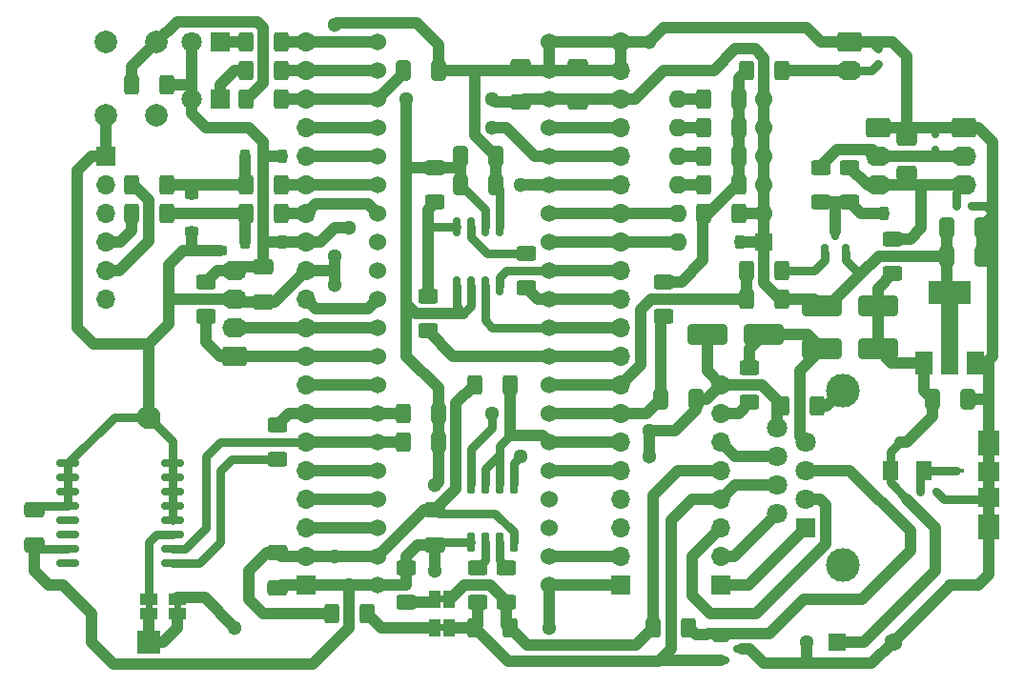
<source format=gbr>
G04 #@! TF.GenerationSoftware,KiCad,Pcbnew,7.0.7-7.0.7~ubuntu22.04.1*
G04 #@! TF.CreationDate,2023-09-13T14:17:37+02:00*
G04 #@! TF.ProjectId,electricity-meter,656c6563-7472-4696-9369-74792d6d6574,rev?*
G04 #@! TF.SameCoordinates,PX791ddc0PY791ddc0*
G04 #@! TF.FileFunction,Copper,L2,Bot*
G04 #@! TF.FilePolarity,Positive*
%FSLAX46Y46*%
G04 Gerber Fmt 4.6, Leading zero omitted, Abs format (unit mm)*
G04 Created by KiCad (PCBNEW 7.0.7-7.0.7~ubuntu22.04.1) date 2023-09-13 14:17:37*
%MOMM*%
%LPD*%
G01*
G04 APERTURE LIST*
G04 Aperture macros list*
%AMRoundRect*
0 Rectangle with rounded corners*
0 $1 Rounding radius*
0 $2 $3 $4 $5 $6 $7 $8 $9 X,Y pos of 4 corners*
0 Add a 4 corners polygon primitive as box body*
4,1,4,$2,$3,$4,$5,$6,$7,$8,$9,$2,$3,0*
0 Add four circle primitives for the rounded corners*
1,1,$1+$1,$2,$3*
1,1,$1+$1,$4,$5*
1,1,$1+$1,$6,$7*
1,1,$1+$1,$8,$9*
0 Add four rect primitives between the rounded corners*
20,1,$1+$1,$2,$3,$4,$5,0*
20,1,$1+$1,$4,$5,$6,$7,0*
20,1,$1+$1,$6,$7,$8,$9,0*
20,1,$1+$1,$8,$9,$2,$3,0*%
G04 Aperture macros list end*
G04 #@! TA.AperFunction,ComponentPad*
%ADD10R,1.800000X1.800000*%
G04 #@! TD*
G04 #@! TA.AperFunction,ComponentPad*
%ADD11C,1.800000*%
G04 #@! TD*
G04 #@! TA.AperFunction,ComponentPad*
%ADD12RoundRect,0.250000X-0.845000X0.620000X-0.845000X-0.620000X0.845000X-0.620000X0.845000X0.620000X0*%
G04 #@! TD*
G04 #@! TA.AperFunction,ComponentPad*
%ADD13O,2.190000X1.740000*%
G04 #@! TD*
G04 #@! TA.AperFunction,ComponentPad*
%ADD14C,1.524000*%
G04 #@! TD*
G04 #@! TA.AperFunction,ComponentPad*
%ADD15R,1.700000X1.700000*%
G04 #@! TD*
G04 #@! TA.AperFunction,ComponentPad*
%ADD16O,1.700000X1.700000*%
G04 #@! TD*
G04 #@! TA.AperFunction,ComponentPad*
%ADD17R,1.600000X1.600000*%
G04 #@! TD*
G04 #@! TA.AperFunction,ComponentPad*
%ADD18C,1.600000*%
G04 #@! TD*
G04 #@! TA.AperFunction,ComponentPad*
%ADD19O,1.600000X1.600000*%
G04 #@! TD*
G04 #@! TA.AperFunction,ComponentPad*
%ADD20RoundRect,0.250000X0.845000X-0.620000X0.845000X0.620000X-0.845000X0.620000X-0.845000X-0.620000X0*%
G04 #@! TD*
G04 #@! TA.AperFunction,ComponentPad*
%ADD21C,2.000000*%
G04 #@! TD*
G04 #@! TA.AperFunction,ComponentPad*
%ADD22R,2.100000X2.100000*%
G04 #@! TD*
G04 #@! TA.AperFunction,ComponentPad*
%ADD23C,2.100000*%
G04 #@! TD*
G04 #@! TA.AperFunction,ComponentPad*
%ADD24C,3.000000*%
G04 #@! TD*
G04 #@! TA.AperFunction,SMDPad,CuDef*
%ADD25RoundRect,0.250000X-0.400000X-0.625000X0.400000X-0.625000X0.400000X0.625000X-0.400000X0.625000X0*%
G04 #@! TD*
G04 #@! TA.AperFunction,SMDPad,CuDef*
%ADD26RoundRect,0.250000X-1.500000X-0.650000X1.500000X-0.650000X1.500000X0.650000X-1.500000X0.650000X0*%
G04 #@! TD*
G04 #@! TA.AperFunction,SMDPad,CuDef*
%ADD27RoundRect,0.150000X-0.200000X0.150000X-0.200000X-0.150000X0.200000X-0.150000X0.200000X0.150000X0*%
G04 #@! TD*
G04 #@! TA.AperFunction,SMDPad,CuDef*
%ADD28RoundRect,0.250000X0.625000X-0.400000X0.625000X0.400000X-0.625000X0.400000X-0.625000X-0.400000X0*%
G04 #@! TD*
G04 #@! TA.AperFunction,SMDPad,CuDef*
%ADD29RoundRect,0.225000X-0.375000X0.225000X-0.375000X-0.225000X0.375000X-0.225000X0.375000X0.225000X0*%
G04 #@! TD*
G04 #@! TA.AperFunction,SMDPad,CuDef*
%ADD30RoundRect,0.250000X0.400000X0.625000X-0.400000X0.625000X-0.400000X-0.625000X0.400000X-0.625000X0*%
G04 #@! TD*
G04 #@! TA.AperFunction,SMDPad,CuDef*
%ADD31RoundRect,0.250000X0.650000X-0.412500X0.650000X0.412500X-0.650000X0.412500X-0.650000X-0.412500X0*%
G04 #@! TD*
G04 #@! TA.AperFunction,SMDPad,CuDef*
%ADD32RoundRect,0.250000X-0.625000X0.400000X-0.625000X-0.400000X0.625000X-0.400000X0.625000X0.400000X0*%
G04 #@! TD*
G04 #@! TA.AperFunction,SMDPad,CuDef*
%ADD33RoundRect,0.225000X0.225000X0.375000X-0.225000X0.375000X-0.225000X-0.375000X0.225000X-0.375000X0*%
G04 #@! TD*
G04 #@! TA.AperFunction,SMDPad,CuDef*
%ADD34RoundRect,0.250000X-0.412500X-0.650000X0.412500X-0.650000X0.412500X0.650000X-0.412500X0.650000X0*%
G04 #@! TD*
G04 #@! TA.AperFunction,SMDPad,CuDef*
%ADD35RoundRect,0.150000X0.150000X-0.587500X0.150000X0.587500X-0.150000X0.587500X-0.150000X-0.587500X0*%
G04 #@! TD*
G04 #@! TA.AperFunction,SMDPad,CuDef*
%ADD36R,1.000000X1.500000*%
G04 #@! TD*
G04 #@! TA.AperFunction,SMDPad,CuDef*
%ADD37RoundRect,0.250000X1.500000X0.650000X-1.500000X0.650000X-1.500000X-0.650000X1.500000X-0.650000X0*%
G04 #@! TD*
G04 #@! TA.AperFunction,SMDPad,CuDef*
%ADD38R,1.500000X2.000000*%
G04 #@! TD*
G04 #@! TA.AperFunction,SMDPad,CuDef*
%ADD39R,3.800000X2.000000*%
G04 #@! TD*
G04 #@! TA.AperFunction,SMDPad,CuDef*
%ADD40RoundRect,0.150000X0.150000X0.200000X-0.150000X0.200000X-0.150000X-0.200000X0.150000X-0.200000X0*%
G04 #@! TD*
G04 #@! TA.AperFunction,SMDPad,CuDef*
%ADD41R,1.500000X1.000000*%
G04 #@! TD*
G04 #@! TA.AperFunction,SMDPad,CuDef*
%ADD42RoundRect,0.150000X-0.150000X0.725000X-0.150000X-0.725000X0.150000X-0.725000X0.150000X0.725000X0*%
G04 #@! TD*
G04 #@! TA.AperFunction,SMDPad,CuDef*
%ADD43RoundRect,0.150000X-0.875000X-0.150000X0.875000X-0.150000X0.875000X0.150000X-0.875000X0.150000X0*%
G04 #@! TD*
G04 #@! TA.AperFunction,SMDPad,CuDef*
%ADD44RoundRect,0.150000X-0.587500X-0.150000X0.587500X-0.150000X0.587500X0.150000X-0.587500X0.150000X0*%
G04 #@! TD*
G04 #@! TA.AperFunction,SMDPad,CuDef*
%ADD45RoundRect,0.250001X0.462499X0.624999X-0.462499X0.624999X-0.462499X-0.624999X0.462499X-0.624999X0*%
G04 #@! TD*
G04 #@! TA.AperFunction,SMDPad,CuDef*
%ADD46RoundRect,0.250000X-0.650000X0.412500X-0.650000X-0.412500X0.650000X-0.412500X0.650000X0.412500X0*%
G04 #@! TD*
G04 #@! TA.AperFunction,SMDPad,CuDef*
%ADD47RoundRect,0.150000X-0.150000X0.675000X-0.150000X-0.675000X0.150000X-0.675000X0.150000X0.675000X0*%
G04 #@! TD*
G04 #@! TA.AperFunction,SMDPad,CuDef*
%ADD48R,1.400000X0.400000*%
G04 #@! TD*
G04 #@! TA.AperFunction,SMDPad,CuDef*
%ADD49R,1.900000X2.300000*%
G04 #@! TD*
G04 #@! TA.AperFunction,SMDPad,CuDef*
%ADD50R,1.900000X1.800000*%
G04 #@! TD*
G04 #@! TA.AperFunction,ViaPad*
%ADD51C,1.300000*%
G04 #@! TD*
G04 #@! TA.AperFunction,Conductor*
%ADD52C,1.000000*%
G04 #@! TD*
G04 #@! TA.AperFunction,Conductor*
%ADD53C,0.800000*%
G04 #@! TD*
G04 #@! TA.AperFunction,Conductor*
%ADD54C,1.500000*%
G04 #@! TD*
G04 APERTURE END LIST*
G04 #@! TA.AperFunction,EtchedComponent*
G04 #@! TO.C,JP5*
G36*
X40240000Y4780000D02*
G01*
X39740000Y4780000D01*
X39740000Y5380000D01*
X40240000Y5380000D01*
X40240000Y4780000D01*
G37*
G04 #@! TD.AperFunction*
G04 #@! TA.AperFunction,EtchedComponent*
G04 #@! TO.C,JP2*
G36*
X14270000Y6720000D02*
G01*
X13670000Y6720000D01*
X13670000Y7220000D01*
X14270000Y7220000D01*
X14270000Y6720000D01*
G37*
G04 #@! TD.AperFunction*
G04 #@! TA.AperFunction,EtchedComponent*
G04 #@! TO.C,JP1*
G36*
X16810000Y6750000D02*
G01*
X16210000Y6750000D01*
X16210000Y7250000D01*
X16810000Y7250000D01*
X16810000Y6750000D01*
G37*
G04 #@! TD.AperFunction*
G04 #@! TA.AperFunction,EtchedComponent*
G04 #@! TO.C,JP4*
G36*
X40240000Y7320000D02*
G01*
X39740000Y7320000D01*
X39740000Y7920000D01*
X40240000Y7920000D01*
X40240000Y7320000D01*
G37*
G04 #@! TD.AperFunction*
G04 #@! TD*
D10*
G04 #@! TO.P,D11,1,K*
G04 #@! TO.N,Net-(D11-K)*
X20320000Y52070000D03*
D11*
G04 #@! TO.P,D11,2,A*
G04 #@! TO.N,+3V3*
X17780000Y52070000D03*
G04 #@! TD*
D12*
G04 #@! TO.P,J9,1,Pin_1*
G04 #@! TO.N,GND*
X78740000Y49530000D03*
D13*
G04 #@! TO.P,J9,2,Pin_2*
G04 #@! TO.N,Net-(D15-K)*
X78740000Y46990000D03*
G04 #@! TO.P,J9,3,Pin_3*
G04 #@! TO.N,Net-(D14-K)*
X78740000Y44450000D03*
G04 #@! TD*
D14*
G04 #@! TO.P,U2,3V3,3V3*
G04 #@! TO.N,+3V3*
X34290000Y8890000D03*
X49530000Y52070000D03*
G04 #@! TO.P,U2,5V,5V*
G04 #@! TO.N,/5V_STM*
X34290000Y13970000D03*
G04 #@! TO.P,U2,GND,GND*
G04 #@! TO.N,GND*
X34290000Y11430000D03*
X49530000Y57150000D03*
X49530000Y54610000D03*
G04 #@! TO.P,U2,NRST,NRST*
G04 #@! TO.N,/NRST*
X49530000Y49530000D03*
G04 #@! TO.P,U2,PA0,PA0*
G04 #@! TO.N,/PA0*
X49530000Y19050000D03*
G04 #@! TO.P,U2,PA1,PA1*
G04 #@! TO.N,/MODBUS_DE*
X49530000Y21590000D03*
G04 #@! TO.P,U2,PA2,PA2*
G04 #@! TO.N,/PA2*
X49530000Y24130000D03*
G04 #@! TO.P,U2,PA3,PA3*
G04 #@! TO.N,/ONEWIRE*
X49530000Y26670000D03*
G04 #@! TO.P,U2,PA4,PA4*
G04 #@! TO.N,/PA4*
X49530000Y29210000D03*
G04 #@! TO.P,U2,PA5,PA5*
G04 #@! TO.N,/PA5*
X49530000Y31750000D03*
G04 #@! TO.P,U2,PA6,PA6*
G04 #@! TO.N,/MISO*
X49530000Y34290000D03*
G04 #@! TO.P,U2,PA7,PA7*
G04 #@! TO.N,/MOSI*
X49530000Y36830000D03*
G04 #@! TO.P,U2,PA8,PA8*
G04 #@! TO.N,/PA8*
X34290000Y46990000D03*
G04 #@! TO.P,U2,PA9,PA9*
G04 #@! TO.N,/PA9*
X34290000Y44450000D03*
G04 #@! TO.P,U2,PA10,PA10*
G04 #@! TO.N,/PA10*
X34290000Y41910000D03*
G04 #@! TO.P,U2,PA11,PA11*
G04 #@! TO.N,unconnected-(U2-PadPA11)*
X34290000Y39370000D03*
G04 #@! TO.P,U2,PA12,PA12*
G04 #@! TO.N,unconnected-(U2-PadPA12)*
X34290000Y36830000D03*
G04 #@! TO.P,U2,PA15,PA15*
G04 #@! TO.N,/PA15*
X34290000Y34290000D03*
G04 #@! TO.P,U2,PB0,PB0*
G04 #@! TO.N,/PB0*
X49530000Y39370000D03*
G04 #@! TO.P,U2,PB1,PB1*
G04 #@! TO.N,/PB1*
X49530000Y41910000D03*
G04 #@! TO.P,U2,PB3,PB3*
G04 #@! TO.N,/DCF77_DATA*
X34290000Y31750000D03*
G04 #@! TO.P,U2,PB4,PB4*
G04 #@! TO.N,/DCF77_~{PON}*
X34290000Y29210000D03*
G04 #@! TO.P,U2,PB5,PB5*
G04 #@! TO.N,/PB5*
X34290000Y26670000D03*
G04 #@! TO.P,U2,PB6,PB6*
G04 #@! TO.N,/PB6*
X34290000Y24130000D03*
G04 #@! TO.P,U2,PB7,PB7*
G04 #@! TO.N,/PB7*
X34290000Y21590000D03*
G04 #@! TO.P,U2,PB8,PB8*
G04 #@! TO.N,/PB8*
X34290000Y19050000D03*
G04 #@! TO.P,U2,PB9,PB9*
G04 #@! TO.N,/PB9*
X34290000Y16510000D03*
G04 #@! TO.P,U2,PB10,PB10*
G04 #@! TO.N,/MODBUS_DI*
X49530000Y44450000D03*
G04 #@! TO.P,U2,PB11,PB11*
G04 #@! TO.N,/MODBUS_RO*
X49530000Y46990000D03*
G04 #@! TO.P,U2,PB12,PB12*
G04 #@! TO.N,/LED_STATUS*
X34290000Y57150000D03*
G04 #@! TO.P,U2,PB13,PB13*
G04 #@! TO.N,/LED_PULSE*
X34290000Y54610000D03*
G04 #@! TO.P,U2,PB14,PB14*
G04 #@! TO.N,/BTN_UMOUNT*
X34290000Y52070000D03*
G04 #@! TO.P,U2,PB15,PB15*
G04 #@! TO.N,/PB15*
X34290000Y49530000D03*
G04 #@! TO.P,U2,PC13,PC13*
G04 #@! TO.N,/PC13*
X49530000Y11430000D03*
G04 #@! TO.P,U2,PC14,PC14*
G04 #@! TO.N,unconnected-(U2-PadPC14)*
X49530000Y13970000D03*
G04 #@! TO.P,U2,PC15,PC15*
G04 #@! TO.N,unconnected-(U2-PadPC15)*
X49530000Y16510000D03*
G04 #@! TO.P,U2,VBAT,VBAT*
G04 #@! TO.N,/VBAT*
X49530000Y8890000D03*
G04 #@! TD*
D15*
G04 #@! TO.P,J3,1,GND*
G04 #@! TO.N,GND*
X10160000Y46990000D03*
D16*
G04 #@! TO.P,J3,2,CTS*
G04 #@! TO.N,unconnected-(J3-CTS-Pad2)*
X10160000Y44450000D03*
G04 #@! TO.P,J3,3,VCC*
G04 #@! TO.N,unconnected-(J3-VCC-Pad3)*
X10160000Y41910000D03*
G04 #@! TO.P,J3,4,TX*
G04 #@! TO.N,Net-(J3-TX)*
X10160000Y39370000D03*
G04 #@! TO.P,J3,5,RX*
G04 #@! TO.N,Net-(J3-RX)*
X10160000Y36830000D03*
G04 #@! TO.P,J3,6,DTR*
G04 #@! TO.N,unconnected-(J3-DTR-Pad6)*
X10160000Y34290000D03*
G04 #@! TD*
D12*
G04 #@! TO.P,J8,1,Pin_1*
G04 #@! TO.N,GND*
X86360000Y49530000D03*
D13*
G04 #@! TO.P,J8,2,Pin_2*
G04 #@! TO.N,Net-(D15-K)*
X86360000Y46990000D03*
G04 #@! TO.P,J8,3,Pin_3*
G04 #@! TO.N,Net-(D14-K)*
X86360000Y44450000D03*
G04 #@! TD*
D15*
G04 #@! TO.P,J6,1,Pin_1*
G04 #@! TO.N,Net-(J6-Pin_1)*
X64770000Y8890000D03*
D16*
G04 #@! TO.P,J6,2,Pin_2*
G04 #@! TO.N,Net-(J6-Pin_2)*
X64770000Y11430000D03*
G04 #@! TO.P,J6,3,Pin_3*
G04 #@! TO.N,Net-(J6-Pin_3)*
X64770000Y13970000D03*
G04 #@! TO.P,J6,4,Pin_4*
G04 #@! TO.N,/MODBUS_B*
X64770000Y16510000D03*
G04 #@! TO.P,J6,5,Pin_5*
G04 #@! TO.N,/MODBUS_A_NT*
X64770000Y19050000D03*
G04 #@! TO.P,J6,6,Pin_6*
G04 #@! TO.N,Net-(J6-Pin_6)*
X64770000Y21590000D03*
G04 #@! TO.P,J6,7,Pin_7*
G04 #@! TO.N,Net-(J6-Pin_7)*
X64770000Y24130000D03*
G04 #@! TO.P,J6,8,Pin_8*
G04 #@! TO.N,GND*
X64770000Y26670000D03*
G04 #@! TD*
D10*
G04 #@! TO.P,D12,1,K*
G04 #@! TO.N,Net-(D12-K)*
X20320000Y57150000D03*
D11*
G04 #@! TO.P,D12,2,A*
G04 #@! TO.N,+3V3*
X17780000Y57150000D03*
G04 #@! TD*
D17*
G04 #@! TO.P,C3,1*
G04 #@! TO.N,+5V*
X75067349Y3810000D03*
D18*
G04 #@! TO.P,C3,2*
G04 #@! TO.N,GND*
X80067349Y3810000D03*
G04 #@! TD*
D17*
G04 #@! TO.P,SW1,1*
G04 #@! TO.N,+3V3*
X68580000Y39370000D03*
D19*
G04 #@! TO.P,SW1,2*
X68580000Y41910000D03*
G04 #@! TO.P,SW1,3*
X68580000Y44450000D03*
G04 #@! TO.P,SW1,4*
X68580000Y46990000D03*
G04 #@! TO.P,SW1,5*
X68580000Y49530000D03*
G04 #@! TO.P,SW1,6*
X68580000Y52070000D03*
G04 #@! TO.P,SW1,7*
G04 #@! TO.N,Net-(R10-Pad1)*
X60960000Y52070000D03*
G04 #@! TO.P,SW1,8*
G04 #@! TO.N,Net-(R9-Pad1)*
X60960000Y49530000D03*
G04 #@! TO.P,SW1,9*
G04 #@! TO.N,Net-(R6-Pad1)*
X60960000Y46990000D03*
G04 #@! TO.P,SW1,10*
G04 #@! TO.N,Net-(R5-Pad1)*
X60960000Y44450000D03*
G04 #@! TO.P,SW1,11*
G04 #@! TO.N,/PB1*
X60960000Y41910000D03*
G04 #@! TO.P,SW1,12*
G04 #@! TO.N,/PB0*
X60960000Y39370000D03*
G04 #@! TD*
D15*
G04 #@! TO.P,J4,1,Pin_1*
G04 #@! TO.N,+3V3*
X27940000Y8890000D03*
D16*
G04 #@! TO.P,J4,2,Pin_2*
G04 #@! TO.N,GND*
X27940000Y11430000D03*
G04 #@! TO.P,J4,3,Pin_3*
G04 #@! TO.N,/5V_STM*
X27940000Y13970000D03*
G04 #@! TO.P,J4,4,Pin_4*
G04 #@! TO.N,/PB9*
X27940000Y16510000D03*
G04 #@! TO.P,J4,5,Pin_5*
G04 #@! TO.N,/PB8*
X27940000Y19050000D03*
G04 #@! TO.P,J4,6,Pin_6*
G04 #@! TO.N,/PB7*
X27940000Y21590000D03*
G04 #@! TO.P,J4,7,Pin_7*
G04 #@! TO.N,/PB6*
X27940000Y24130000D03*
G04 #@! TO.P,J4,8,Pin_8*
G04 #@! TO.N,/PB5*
X27940000Y26670000D03*
G04 #@! TO.P,J4,9,Pin_9*
G04 #@! TO.N,/DCF77_~{PON}*
X27940000Y29210000D03*
G04 #@! TO.P,J4,10,Pin_10*
G04 #@! TO.N,/DCF77_DATA*
X27940000Y31750000D03*
G04 #@! TO.P,J4,11,Pin_11*
G04 #@! TO.N,/PA15*
X27940000Y34290000D03*
G04 #@! TO.P,J4,12,Pin_12*
G04 #@! TO.N,GND*
X27940000Y36830000D03*
G04 #@! TO.P,J4,13,Pin_13*
G04 #@! TO.N,+3V3*
X27940000Y39370000D03*
G04 #@! TO.P,J4,14,Pin_14*
G04 #@! TO.N,/PA10*
X27940000Y41910000D03*
G04 #@! TO.P,J4,15,Pin_15*
G04 #@! TO.N,/PA9*
X27940000Y44450000D03*
G04 #@! TO.P,J4,16,Pin_16*
G04 #@! TO.N,/PA8*
X27940000Y46990000D03*
G04 #@! TO.P,J4,17,Pin_17*
G04 #@! TO.N,/PB15*
X27940000Y49530000D03*
G04 #@! TO.P,J4,18,Pin_18*
G04 #@! TO.N,/BTN_UMOUNT*
X27940000Y52070000D03*
G04 #@! TO.P,J4,19,Pin_19*
G04 #@! TO.N,/LED_PULSE*
X27940000Y54610000D03*
G04 #@! TO.P,J4,20,Pin_20*
G04 #@! TO.N,/LED_STATUS*
X27940000Y57150000D03*
G04 #@! TD*
D15*
G04 #@! TO.P,J1,1,Pin_1*
G04 #@! TO.N,/VBAT*
X55880000Y8890000D03*
D16*
G04 #@! TO.P,J1,2,Pin_2*
G04 #@! TO.N,/PC13*
X55880000Y11430000D03*
G04 #@! TO.P,J1,3,Pin_3*
G04 #@! TO.N,unconnected-(J1-Pin_3-Pad3)*
X55880000Y13970000D03*
G04 #@! TO.P,J1,4,Pin_4*
G04 #@! TO.N,unconnected-(J1-Pin_4-Pad4)*
X55880000Y16510000D03*
G04 #@! TO.P,J1,5,Pin_5*
G04 #@! TO.N,/PA0*
X55880000Y19050000D03*
G04 #@! TO.P,J1,6,Pin_6*
G04 #@! TO.N,/MODBUS_DE*
X55880000Y21590000D03*
G04 #@! TO.P,J1,7,Pin_7*
G04 #@! TO.N,/PA2*
X55880000Y24130000D03*
G04 #@! TO.P,J1,8,Pin_8*
G04 #@! TO.N,/ONEWIRE*
X55880000Y26670000D03*
G04 #@! TO.P,J1,9,Pin_9*
G04 #@! TO.N,/PA4*
X55880000Y29210000D03*
G04 #@! TO.P,J1,10,Pin_10*
G04 #@! TO.N,/PA5*
X55880000Y31750000D03*
G04 #@! TO.P,J1,11,Pin_11*
G04 #@! TO.N,/MISO*
X55880000Y34290000D03*
G04 #@! TO.P,J1,12,Pin_12*
G04 #@! TO.N,/MOSI*
X55880000Y36830000D03*
G04 #@! TO.P,J1,13,Pin_13*
G04 #@! TO.N,/PB0*
X55880000Y39370000D03*
G04 #@! TO.P,J1,14,Pin_14*
G04 #@! TO.N,/PB1*
X55880000Y41910000D03*
G04 #@! TO.P,J1,15,Pin_15*
G04 #@! TO.N,/MODBUS_DI*
X55880000Y44450000D03*
G04 #@! TO.P,J1,16,Pin_16*
G04 #@! TO.N,/MODBUS_RO*
X55880000Y46990000D03*
G04 #@! TO.P,J1,17,Pin_17*
G04 #@! TO.N,/NRST*
X55880000Y49530000D03*
G04 #@! TO.P,J1,18,Pin_18*
G04 #@! TO.N,+3V3*
X55880000Y52070000D03*
G04 #@! TO.P,J1,19,Pin_19*
G04 #@! TO.N,GND*
X55880000Y54610000D03*
G04 #@! TO.P,J1,20,Pin_20*
X55880000Y57150000D03*
G04 #@! TD*
D12*
G04 #@! TO.P,J2,1,Pin_1*
G04 #@! TO.N,GND*
X76200000Y57150000D03*
D13*
G04 #@! TO.P,J2,2,Pin_2*
G04 #@! TO.N,Net-(D1-K)*
X76200000Y54610000D03*
G04 #@! TD*
D20*
G04 #@! TO.P,U4,1,~{PON}*
G04 #@! TO.N,/DCF77_~{PON}*
X21590000Y29210000D03*
D13*
G04 #@! TO.P,U4,2,OUT*
G04 #@! TO.N,/DCF77_DATA*
X21590000Y31750000D03*
G04 #@! TO.P,U4,3,GND*
G04 #@! TO.N,GND*
X21590000Y34290000D03*
G04 #@! TO.P,U4,4,VDD*
G04 #@! TO.N,+3V3*
X21590000Y36830000D03*
G04 #@! TD*
D21*
G04 #@! TO.P,SW2,1,1*
G04 #@! TO.N,Net-(R15-Pad2)*
X14660000Y57150000D03*
X14660000Y50650000D03*
G04 #@! TO.P,SW2,2,2*
G04 #@! TO.N,GND*
X10160000Y57150000D03*
X10160000Y50650000D03*
G04 #@! TD*
D22*
G04 #@! TO.P,BT1,1,+*
G04 #@! TO.N,Net-(BT1-+)*
X13970000Y3810000D03*
D23*
G04 #@! TO.P,BT1,2,-*
G04 #@! TO.N,GND*
X13970000Y23810000D03*
G04 #@! TD*
D10*
G04 #@! TO.P,J7,1*
G04 #@! TO.N,Net-(J6-Pin_1)*
X72285000Y13970000D03*
D11*
G04 #@! TO.P,J7,2*
G04 #@! TO.N,Net-(J6-Pin_2)*
X69745000Y15240000D03*
G04 #@! TO.P,J7,3*
G04 #@! TO.N,Net-(J6-Pin_3)*
X72285000Y16510000D03*
G04 #@! TO.P,J7,4*
G04 #@! TO.N,/MODBUS_B*
X69745000Y17780000D03*
G04 #@! TO.P,J7,5*
G04 #@! TO.N,/MODBUS_A*
X72285000Y19050000D03*
G04 #@! TO.P,J7,6*
G04 #@! TO.N,Net-(J6-Pin_6)*
X69745000Y20320000D03*
G04 #@! TO.P,J7,7*
G04 #@! TO.N,/MODBUS_VP*
X72285000Y21590000D03*
G04 #@! TO.P,J7,8*
G04 #@! TO.N,GND*
X69745000Y22860000D03*
D24*
G04 #@! TO.P,J7,SH*
G04 #@! TO.N,Earth*
X75585000Y10670000D03*
X75585000Y26160000D03*
G04 #@! TD*
D25*
G04 #@! TO.P,NT5,1,1*
G04 #@! TO.N,/MODBUS_A_NT*
X58775000Y5080000D03*
G04 #@! TO.P,NT5,2,2*
G04 #@! TO.N,/MODBUS_A*
X61875000Y5080000D03*
G04 #@! TD*
D26*
G04 #@! TO.P,D9,1,K*
G04 #@! TO.N,/MODBUS_VP*
X73700000Y29845000D03*
G04 #@! TO.P,D9,2,A*
G04 #@! TO.N,+5V*
X78700000Y29845000D03*
G04 #@! TD*
D27*
G04 #@! TO.P,D15,1,K*
G04 #@! TO.N,Net-(D15-K)*
X83820000Y47560000D03*
G04 #@! TO.P,D15,2,A*
G04 #@! TO.N,GND*
X83820000Y48960000D03*
G04 #@! TD*
D25*
G04 #@! TO.P,R23,1*
G04 #@! TO.N,/MODBUS_B*
X42900000Y5080000D03*
G04 #@! TO.P,R23,2*
G04 #@! TO.N,/MODBUS_A_NT*
X46000000Y5080000D03*
G04 #@! TD*
D28*
G04 #@! TO.P,NT3,1,1*
G04 #@! TO.N,/MISO*
X47498000Y35280000D03*
G04 #@! TO.P,NT3,2,2*
G04 #@! TO.N,Net-(U5-SO{slash}SIO1)*
X47498000Y38380000D03*
G04 #@! TD*
D27*
G04 #@! TO.P,D1,1,K*
G04 #@! TO.N,Net-(D1-K)*
X78740000Y55180000D03*
G04 #@! TO.P,D1,2,A*
G04 #@! TO.N,GND*
X78740000Y56580000D03*
G04 #@! TD*
D29*
G04 #@! TO.P,D2,1,K*
G04 #@! TO.N,Net-(D2-K)*
X17780000Y43560000D03*
G04 #@! TO.P,D2,2,A*
G04 #@! TO.N,GND*
X17780000Y40260000D03*
G04 #@! TD*
D30*
G04 #@! TO.P,R26,1*
G04 #@! TO.N,+3V3*
X70130000Y34290000D03*
G04 #@! TO.P,R26,2*
G04 #@! TO.N,/ONEWIRE*
X67030000Y34290000D03*
G04 #@! TD*
G04 #@! TO.P,R13,1*
G04 #@! TO.N,+3V3*
X39650000Y24130000D03*
G04 #@! TO.P,R13,2*
G04 #@! TO.N,/PB6*
X36550000Y24130000D03*
G04 #@! TD*
D25*
G04 #@! TO.P,R6,1*
G04 #@! TO.N,Net-(R6-Pad1)*
X63220000Y46990000D03*
G04 #@! TO.P,R6,2*
G04 #@! TO.N,Net-(D6-A)*
X66320000Y46990000D03*
G04 #@! TD*
G04 #@! TO.P,R19,1*
G04 #@! TO.N,Net-(D12-K)*
X22580000Y57150000D03*
G04 #@! TO.P,R19,2*
G04 #@! TO.N,/LED_STATUS*
X25680000Y57150000D03*
G04 #@! TD*
G04 #@! TO.P,R4,1*
G04 #@! TO.N,Net-(J3-TX)*
X12420000Y41910000D03*
G04 #@! TO.P,R4,2*
G04 #@! TO.N,Net-(D3-K)*
X15520000Y41910000D03*
G04 #@! TD*
D31*
G04 #@! TO.P,C15,1*
G04 #@! TO.N,Net-(D14-K)*
X81280000Y45427500D03*
G04 #@! TO.P,C15,2*
G04 #@! TO.N,GND*
X81280000Y48552500D03*
G04 #@! TD*
D32*
G04 #@! TO.P,R21,1*
G04 #@! TO.N,Net-(U6-B)*
X43180000Y10440000D03*
G04 #@! TO.P,R21,2*
G04 #@! TO.N,/MODBUS_B*
X43180000Y7340000D03*
G04 #@! TD*
D25*
G04 #@! TO.P,R7,1*
G04 #@! TO.N,Net-(D2-K)*
X22580000Y44450000D03*
G04 #@! TO.P,R7,2*
G04 #@! TO.N,/PA9*
X25680000Y44450000D03*
G04 #@! TD*
D33*
G04 #@! TO.P,D4,1,K*
G04 #@! TO.N,+3V3*
X25780000Y46990000D03*
G04 #@! TO.P,D4,2,A*
G04 #@! TO.N,Net-(D2-K)*
X22480000Y46990000D03*
G04 #@! TD*
D34*
G04 #@! TO.P,C12,1*
G04 #@! TO.N,+3V3*
X41617500Y44450000D03*
G04 #@! TO.P,C12,2*
G04 #@! TO.N,GND*
X44742500Y44450000D03*
G04 #@! TD*
D30*
G04 #@! TO.P,R25,1*
G04 #@! TO.N,Net-(JP5-A)*
X33300000Y6350000D03*
G04 #@! TO.P,R25,2*
G04 #@! TO.N,GND*
X30200000Y6350000D03*
G04 #@! TD*
G04 #@! TO.P,R2,1*
G04 #@! TO.N,+3V3*
X66320000Y41910000D03*
G04 #@! TO.P,R2,2*
G04 #@! TO.N,Net-(D6-A)*
X63220000Y41910000D03*
G04 #@! TD*
D25*
G04 #@! TO.P,R10,1*
G04 #@! TO.N,Net-(R10-Pad1)*
X63220000Y52070000D03*
G04 #@! TO.P,R10,2*
G04 #@! TO.N,Net-(D6-A)*
X66320000Y52070000D03*
G04 #@! TD*
D34*
G04 #@! TO.P,C9,1*
G04 #@! TO.N,+3V3*
X84797500Y40640000D03*
G04 #@! TO.P,C9,2*
G04 #@! TO.N,GND*
X87922500Y40640000D03*
G04 #@! TD*
D31*
G04 #@! TO.P,C7,1*
G04 #@! TO.N,+3V3*
X46990000Y51777500D03*
G04 #@! TO.P,C7,2*
G04 #@! TO.N,GND*
X46990000Y54902500D03*
G04 #@! TD*
D25*
G04 #@! TO.P,R3,1*
G04 #@! TO.N,Net-(J3-RX)*
X12420000Y44450000D03*
G04 #@! TO.P,R3,2*
G04 #@! TO.N,Net-(D2-K)*
X15520000Y44450000D03*
G04 #@! TD*
D32*
G04 #@! TO.P,R11,1*
G04 #@! TO.N,Net-(D6-A)*
X59690000Y35840000D03*
G04 #@! TO.P,R11,2*
G04 #@! TO.N,/PA2*
X59690000Y32740000D03*
G04 #@! TD*
D30*
G04 #@! TO.P,R17,1*
G04 #@! TO.N,/BTN_UMOUNT*
X25680000Y52070000D03*
G04 #@! TO.P,R17,2*
G04 #@! TO.N,Net-(R15-Pad2)*
X22580000Y52070000D03*
G04 #@! TD*
D35*
G04 #@! TO.P,Q1,1,G*
G04 #@! TO.N,+3V3*
X75880000Y38432500D03*
G04 #@! TO.P,Q1,2,S*
G04 #@! TO.N,Net-(Q1-S)*
X73980000Y38432500D03*
G04 #@! TO.P,Q1,3,D*
G04 #@! TO.N,/onewire/ONEWIRE_5V*
X74930000Y40307500D03*
G04 #@! TD*
D36*
G04 #@! TO.P,JP5,1,A*
G04 #@! TO.N,Net-(JP5-A)*
X39340000Y5080000D03*
G04 #@! TO.P,JP5,2,B*
G04 #@! TO.N,/MODBUS_B*
X40640000Y5080000D03*
G04 #@! TD*
D30*
G04 #@! TO.P,R20,1*
G04 #@! TO.N,/MODBUS_DE*
X46000000Y26670000D03*
G04 #@! TO.P,R20,2*
G04 #@! TO.N,GND*
X42900000Y26670000D03*
G04 #@! TD*
D34*
G04 #@! TO.P,C1,1*
G04 #@! TO.N,/PA2*
X59397500Y25400000D03*
G04 #@! TO.P,C1,2*
G04 #@! TO.N,GND*
X62522500Y25400000D03*
G04 #@! TD*
D29*
G04 #@! TO.P,D3,1,K*
G04 #@! TO.N,Net-(D3-K)*
X20320000Y41910000D03*
G04 #@! TO.P,D3,2,A*
G04 #@! TO.N,GND*
X20320000Y38610000D03*
G04 #@! TD*
D37*
G04 #@! TO.P,D10,1,K*
G04 #@! TO.N,/MODBUS_VP*
X68540000Y31115000D03*
G04 #@! TO.P,D10,2,A*
G04 #@! TO.N,GND*
X63540000Y31115000D03*
G04 #@! TD*
D25*
G04 #@! TO.P,R9,1*
G04 #@! TO.N,Net-(R9-Pad1)*
X63220000Y49530000D03*
G04 #@! TO.P,R9,2*
G04 #@! TO.N,Net-(D6-A)*
X66320000Y49530000D03*
G04 #@! TD*
G04 #@! TO.P,R5,1*
G04 #@! TO.N,Net-(R5-Pad1)*
X63220000Y44450000D03*
G04 #@! TO.P,R5,2*
G04 #@! TO.N,Net-(D6-A)*
X66320000Y44450000D03*
G04 #@! TD*
D33*
G04 #@! TO.P,D14,1,K*
G04 #@! TO.N,Net-(D14-K)*
X82550000Y41910000D03*
G04 #@! TO.P,D14,2,A*
G04 #@! TO.N,/onewire/ONEWIRE_5V*
X79250000Y41910000D03*
G04 #@! TD*
D31*
G04 #@! TO.P,C14,1*
G04 #@! TO.N,+3V3*
X39370000Y12407500D03*
G04 #@! TO.P,C14,2*
G04 #@! TO.N,GND*
X39370000Y15532500D03*
G04 #@! TD*
D32*
G04 #@! TO.P,R27,1*
G04 #@! TO.N,Net-(D14-K)*
X76200000Y46000000D03*
G04 #@! TO.P,R27,2*
G04 #@! TO.N,/onewire/ONEWIRE_5V*
X76200000Y42900000D03*
G04 #@! TD*
D28*
G04 #@! TO.P,NT4,1,1*
G04 #@! TO.N,Net-(J6-Pin_7)*
X67310000Y25120000D03*
G04 #@! TO.P,NT4,2,2*
G04 #@! TO.N,/MODBUS_VP*
X67310000Y28220000D03*
G04 #@! TD*
D25*
G04 #@! TO.P,R18,1*
G04 #@! TO.N,Net-(D11-K)*
X22580000Y54610000D03*
G04 #@! TO.P,R18,2*
G04 #@! TO.N,/LED_PULSE*
X25680000Y54610000D03*
G04 #@! TD*
D32*
G04 #@! TO.P,R12,1*
G04 #@! TO.N,+3V3*
X19050000Y35840000D03*
G04 #@! TO.P,R12,2*
G04 #@! TO.N,/DCF77_~{PON}*
X19050000Y32740000D03*
G04 #@! TD*
D34*
G04 #@! TO.P,C6,1*
G04 #@! TO.N,+3V3*
X84797500Y38100000D03*
G04 #@! TO.P,C6,2*
G04 #@! TO.N,GND*
X87922500Y38100000D03*
G04 #@! TD*
D38*
G04 #@! TO.P,U3,1,GND*
G04 #@! TO.N,GND*
X87390000Y28600000D03*
G04 #@! TO.P,U3,2,VO*
G04 #@! TO.N,+3V3*
X85090000Y28600000D03*
D39*
X85090000Y34900000D03*
D38*
G04 #@! TO.P,U3,3,VI*
G04 #@! TO.N,+5V*
X82790000Y28600000D03*
G04 #@! TD*
D30*
G04 #@! TO.P,R1,1*
G04 #@! TO.N,Net-(D1-K)*
X70130000Y54610000D03*
G04 #@! TO.P,R1,2*
G04 #@! TO.N,Net-(D6-A)*
X67030000Y54610000D03*
G04 #@! TD*
D40*
G04 #@! TO.P,D7,1,K*
G04 #@! TO.N,Net-(D7-K)*
X82485000Y17145000D03*
G04 #@! TO.P,D7,2,A*
G04 #@! TO.N,GND*
X83885000Y17145000D03*
G04 #@! TD*
D31*
G04 #@! TO.P,C2,1*
G04 #@! TO.N,+3V3*
X52070000Y51777500D03*
G04 #@! TO.P,C2,2*
G04 #@! TO.N,GND*
X52070000Y54902500D03*
G04 #@! TD*
D41*
G04 #@! TO.P,JP2,1,A*
G04 #@! TO.N,Net-(BT1-+)*
X13970000Y6320000D03*
G04 #@! TO.P,JP2,2,B*
G04 #@! TO.N,Net-(JP2-B)*
X13970000Y7620000D03*
G04 #@! TD*
D42*
G04 #@! TO.P,U6,1,RO*
G04 #@! TO.N,/MODBUS_RO*
X42545000Y17815000D03*
G04 #@! TO.P,U6,2,~{RE}*
G04 #@! TO.N,/MODBUS_DE*
X43815000Y17815000D03*
G04 #@! TO.P,U6,3,DE*
X45085000Y17815000D03*
G04 #@! TO.P,U6,4,DI*
G04 #@! TO.N,/MODBUS_DI*
X46355000Y17815000D03*
G04 #@! TO.P,U6,5,GND*
G04 #@! TO.N,GND*
X46355000Y12665000D03*
G04 #@! TO.P,U6,6,A*
G04 #@! TO.N,Net-(U6-A)*
X45085000Y12665000D03*
G04 #@! TO.P,U6,7,B*
G04 #@! TO.N,Net-(U6-B)*
X43815000Y12665000D03*
G04 #@! TO.P,U6,8,VCC*
G04 #@! TO.N,+3V3*
X42545000Y12665000D03*
G04 #@! TD*
D25*
G04 #@! TO.P,NT6,1,1*
G04 #@! TO.N,/ONEWIRE*
X67030000Y36830000D03*
G04 #@! TO.P,NT6,2,2*
G04 #@! TO.N,Net-(Q1-S)*
X70130000Y36830000D03*
G04 #@! TD*
G04 #@! TO.P,JP3,1,A*
G04 #@! TO.N,GND*
X70205000Y24765000D03*
G04 #@! TO.P,JP3,2,B*
G04 #@! TO.N,Earth*
X73305000Y24765000D03*
G04 #@! TD*
D28*
G04 #@! TO.P,R28,1*
G04 #@! TO.N,/onewire/ONEWIRE_5V*
X73660000Y42900000D03*
G04 #@! TO.P,R28,2*
G04 #@! TO.N,Net-(D15-K)*
X73660000Y46000000D03*
G04 #@! TD*
D40*
G04 #@! TO.P,D16,1,K*
G04 #@! TO.N,Net-(D14-K)*
X85660000Y42545000D03*
G04 #@! TO.P,D16,2,A*
G04 #@! TO.N,GND*
X87060000Y42545000D03*
G04 #@! TD*
D43*
G04 #@! TO.P,U1,1,32KHZ*
G04 #@! TO.N,unconnected-(U1-32KHZ-Pad1)*
X6780000Y10795000D03*
G04 #@! TO.P,U1,2,VCC*
G04 #@! TO.N,+3V3*
X6780000Y12065000D03*
G04 #@! TO.P,U1,3,~{INT}/SQW*
G04 #@! TO.N,unconnected-(U1-~{INT}{slash}SQW-Pad3)*
X6780000Y13335000D03*
G04 #@! TO.P,U1,4,~{RST}*
G04 #@! TO.N,unconnected-(U1-~{RST}-Pad4)*
X6780000Y14605000D03*
G04 #@! TO.P,U1,5,GND*
G04 #@! TO.N,GND*
X6780000Y15875000D03*
G04 #@! TO.P,U1,6,GND*
X6780000Y17145000D03*
G04 #@! TO.P,U1,7,GND*
X6780000Y18415000D03*
G04 #@! TO.P,U1,8,GND*
X6780000Y19685000D03*
G04 #@! TO.P,U1,9,GND*
X16080000Y19685000D03*
G04 #@! TO.P,U1,10,GND*
X16080000Y18415000D03*
G04 #@! TO.P,U1,11,GND*
X16080000Y17145000D03*
G04 #@! TO.P,U1,12,GND*
X16080000Y15875000D03*
G04 #@! TO.P,U1,13,GND*
X16080000Y14605000D03*
G04 #@! TO.P,U1,14,VBAT*
G04 #@! TO.N,Net-(JP2-B)*
X16080000Y13335000D03*
G04 #@! TO.P,U1,15,SDA*
G04 #@! TO.N,/PB7*
X16080000Y12065000D03*
G04 #@! TO.P,U1,16,SCL*
G04 #@! TO.N,Net-(U1-SCL)*
X16080000Y10795000D03*
G04 #@! TD*
D32*
G04 #@! TO.P,NT1,1,1*
G04 #@! TO.N,/PB6*
X25400000Y23140000D03*
G04 #@! TO.P,NT1,2,2*
G04 #@! TO.N,Net-(U1-SCL)*
X25400000Y20040000D03*
G04 #@! TD*
D33*
G04 #@! TO.P,D5,1,K*
G04 #@! TO.N,+3V3*
X25780000Y39370000D03*
G04 #@! TO.P,D5,2,A*
G04 #@! TO.N,Net-(D3-K)*
X22480000Y39370000D03*
G04 #@! TD*
D44*
G04 #@! TO.P,D13,1,A1*
G04 #@! TO.N,/MODBUS_B*
X64770000Y2225000D03*
G04 #@! TO.P,D13,2,A2*
G04 #@! TO.N,/MODBUS_A*
X64770000Y4125000D03*
G04 #@! TO.P,D13,3,common*
G04 #@! TO.N,GND*
X66645000Y3175000D03*
G04 #@! TD*
D37*
G04 #@! TO.P,D8,1,K*
G04 #@! TO.N,+5V*
X78700000Y33655000D03*
G04 #@! TO.P,D8,2,A*
G04 #@! TO.N,+3V3*
X73700000Y33655000D03*
G04 #@! TD*
D41*
G04 #@! TO.P,JP1,1,A*
G04 #@! TO.N,Net-(BT1-+)*
X16510000Y6350000D03*
G04 #@! TO.P,JP1,2,B*
G04 #@! TO.N,/VBAT*
X16510000Y7650000D03*
G04 #@! TD*
D34*
G04 #@! TO.P,C10,1*
G04 #@! TO.N,/BTN_UMOUNT*
X36537500Y54610000D03*
G04 #@! TO.P,C10,2*
G04 #@! TO.N,GND*
X39662500Y54610000D03*
G04 #@! TD*
D32*
G04 #@! TO.P,R22,1*
G04 #@! TO.N,Net-(U6-A)*
X45720000Y10440000D03*
G04 #@! TO.P,R22,2*
G04 #@! TO.N,/MODBUS_A_NT*
X45720000Y7340000D03*
G04 #@! TD*
D45*
G04 #@! TO.P,F1,1*
G04 #@! TO.N,Net-(D7-K)*
X82767500Y19050000D03*
G04 #@! TO.P,F1,2*
G04 #@! TO.N,+5V*
X79792500Y19050000D03*
G04 #@! TD*
D28*
G04 #@! TO.P,NT2,1,1*
G04 #@! TO.N,/PA4*
X38735000Y31470000D03*
G04 #@! TO.P,NT2,2,2*
G04 #@! TO.N,Net-(U5-~{CS})*
X38735000Y34570000D03*
G04 #@! TD*
D36*
G04 #@! TO.P,JP4,1,A*
G04 #@! TO.N,/MODBUS_A_NT*
X40640000Y7620000D03*
G04 #@! TO.P,JP4,2,B*
G04 #@! TO.N,Net-(JP4-B)*
X39340000Y7620000D03*
G04 #@! TD*
D34*
G04 #@! TO.P,C5,1*
G04 #@! TO.N,+5V*
X83527500Y25400000D03*
G04 #@! TO.P,C5,2*
G04 #@! TO.N,GND*
X86652500Y25400000D03*
G04 #@! TD*
D46*
G04 #@! TO.P,C8,1*
G04 #@! TO.N,+3V3*
X24130000Y37122500D03*
G04 #@! TO.P,C8,2*
G04 #@! TO.N,GND*
X24130000Y33997500D03*
G04 #@! TD*
D30*
G04 #@! TO.P,R14,1*
G04 #@! TO.N,+3V3*
X39650000Y21590000D03*
G04 #@! TO.P,R14,2*
G04 #@! TO.N,/PB7*
X36550000Y21590000D03*
G04 #@! TD*
D33*
G04 #@! TO.P,D6,1,K*
G04 #@! TO.N,+3V3*
X66420000Y39370000D03*
G04 #@! TO.P,D6,2,A*
G04 #@! TO.N,Net-(D6-A)*
X63120000Y39370000D03*
G04 #@! TD*
D47*
G04 #@! TO.P,U5,1,~{CS}*
G04 #@! TO.N,Net-(U5-~{CS})*
X41275000Y40725000D03*
G04 #@! TO.P,U5,2,SO/SIO1*
G04 #@! TO.N,Net-(U5-SO{slash}SIO1)*
X42545000Y40725000D03*
G04 #@! TO.P,U5,3,~{WP}/SIO2*
G04 #@! TO.N,+3V3*
X43815000Y40725000D03*
G04 #@! TO.P,U5,4,GND*
G04 #@! TO.N,GND*
X45085000Y40725000D03*
G04 #@! TO.P,U5,5,SI/SIO0*
G04 #@! TO.N,/MOSI*
X45085000Y35475000D03*
G04 #@! TO.P,U5,6,SCLK*
G04 #@! TO.N,/PA5*
X43815000Y35475000D03*
G04 #@! TO.P,U5,7,~{HOLD}/SIO3*
G04 #@! TO.N,+3V3*
X42545000Y35475000D03*
G04 #@! TO.P,U5,8,VCC*
X41275000Y35475000D03*
G04 #@! TD*
D32*
G04 #@! TO.P,R16,1*
G04 #@! TO.N,+3V3*
X39370000Y46000000D03*
G04 #@! TO.P,R16,2*
G04 #@! TO.N,Net-(U5-~{CS})*
X39370000Y42900000D03*
G04 #@! TD*
D30*
G04 #@! TO.P,R15,1*
G04 #@! TO.N,+3V3*
X15520000Y53340000D03*
G04 #@! TO.P,R15,2*
G04 #@! TO.N,Net-(R15-Pad2)*
X12420000Y53340000D03*
G04 #@! TD*
D34*
G04 #@! TO.P,C11,1*
G04 #@! TO.N,+3V3*
X41617500Y46990000D03*
G04 #@! TO.P,C11,2*
G04 #@! TO.N,GND*
X44742500Y46990000D03*
G04 #@! TD*
D25*
G04 #@! TO.P,R8,1*
G04 #@! TO.N,Net-(D3-K)*
X22580000Y41910000D03*
G04 #@! TO.P,R8,2*
G04 #@! TO.N,/PA10*
X25680000Y41910000D03*
G04 #@! TD*
D48*
G04 #@! TO.P,J5,1,VBUS*
G04 #@! TO.N,Net-(D7-K)*
X85688000Y19080000D03*
G04 #@! TO.P,J5,5,GND*
G04 #@! TO.N,GND*
X85688000Y16480000D03*
D49*
G04 #@! TO.P,J5,6,Shield*
X88538000Y21530000D03*
D50*
X88538000Y18930000D03*
X88538000Y16630000D03*
D49*
X88538000Y14030000D03*
G04 #@! TD*
D31*
G04 #@! TO.P,C4,1*
G04 #@! TO.N,+3V3*
X3810000Y12407500D03*
G04 #@! TO.P,C4,2*
G04 #@! TO.N,GND*
X3810000Y15532500D03*
G04 #@! TD*
G04 #@! TO.P,C13,1*
G04 #@! TO.N,+3V3*
X25400000Y8597500D03*
G04 #@! TO.P,C13,2*
G04 #@! TO.N,GND*
X25400000Y11722500D03*
G04 #@! TD*
D32*
G04 #@! TO.P,R24,1*
G04 #@! TO.N,+3V3*
X36830000Y10440000D03*
G04 #@! TO.P,R24,2*
G04 #@! TO.N,Net-(JP4-B)*
X36830000Y7340000D03*
G04 #@! TD*
G04 #@! TO.P,NT7,1,1*
G04 #@! TO.N,Net-(D14-K)*
X80010000Y39650000D03*
G04 #@! TO.P,NT7,2,2*
G04 #@! TO.N,+5V*
X80010000Y36550000D03*
G04 #@! TD*
D51*
G04 #@! TO.N,GND*
X30480000Y38100000D03*
X30480000Y11430000D03*
X72390000Y3810000D03*
X30480000Y35560000D03*
X30480000Y58699500D03*
X58420000Y22567500D03*
X58420000Y20320000D03*
X58420000Y57150000D03*
G04 #@! TO.N,+3V3*
X39370000Y10160000D03*
X31750000Y8890000D03*
X36830000Y52070000D03*
X31750000Y40640000D03*
X44450000Y52070000D03*
X39370000Y17780000D03*
G04 #@! TO.N,/VBAT*
X21590000Y5080000D03*
X49530000Y5080000D03*
G04 #@! TO.N,/MODBUS_DI*
X46990000Y44450000D03*
X46990000Y20320000D03*
G04 #@! TO.N,/MODBUS_RO*
X44450000Y49530000D03*
X44450000Y24130000D03*
G04 #@! TD*
D52*
G04 #@! TO.N,Net-(BT1-+)*
X16510000Y5080000D02*
X16510000Y6250000D01*
X13970000Y3810000D02*
X13970000Y6220000D01*
X15240000Y3810000D02*
X16510000Y5080000D01*
X13970000Y3810000D02*
X15240000Y3810000D01*
G04 #@! TO.N,GND*
X15750000Y32091346D02*
X15324327Y31665673D01*
X24130000Y33997500D02*
X21882500Y33997500D01*
X30480000Y58699500D02*
X30592500Y58812000D01*
X24130000Y6350000D02*
X22860000Y7620000D01*
X21590000Y34290000D02*
X15750000Y34290000D01*
D53*
X39662500Y15240000D02*
X39370000Y15532500D01*
D52*
X59690000Y58420000D02*
X72390000Y58420000D01*
X22860000Y10160000D02*
X24422500Y11722500D01*
X81280000Y49530000D02*
X86360000Y49530000D01*
X87922500Y40640000D02*
X87922500Y38100000D01*
X87630000Y8890000D02*
X85090000Y8890000D01*
X42900000Y54330000D02*
X43180000Y54610000D01*
X72390000Y1905000D02*
X68580000Y1905000D01*
X88538000Y14030000D02*
X88538000Y21530000D01*
X41245000Y17407500D02*
X39370000Y15532500D01*
X62522500Y24422500D02*
X62522500Y25400000D01*
X87390000Y28600000D02*
X88290000Y28600000D01*
D53*
X4152500Y15875000D02*
X6780000Y15875000D01*
D52*
X42900000Y26670000D02*
X41245000Y25015000D01*
X63540000Y27900000D02*
X64770000Y26670000D01*
D53*
X87060000Y42545000D02*
X88265000Y42545000D01*
D52*
X49530000Y54610000D02*
X55880000Y54610000D01*
X30480000Y36830000D02*
X30480000Y38100000D01*
X24130000Y33997500D02*
X25107500Y33997500D01*
X88900000Y29210000D02*
X88900000Y41617500D01*
D53*
X85688000Y16480000D02*
X88388000Y16480000D01*
X16080000Y14605000D02*
X16080000Y19685000D01*
X46355000Y13613503D02*
X44728503Y15240000D01*
D52*
X63500000Y25400000D02*
X64770000Y26670000D01*
X30592500Y58812000D02*
X37708000Y58812000D01*
D53*
X16080000Y21700000D02*
X13970000Y23810000D01*
X84550000Y16480000D02*
X83885000Y17145000D01*
D52*
X37708000Y58812000D02*
X39662500Y56857500D01*
X39662500Y56857500D02*
X39662500Y54610000D01*
X86360000Y49530000D02*
X87630000Y49530000D01*
D53*
X3810000Y15532500D02*
X4152500Y15875000D01*
D52*
X64770000Y26670000D02*
X68411346Y26670000D01*
X88538000Y14030000D02*
X88538000Y11430000D01*
X88900000Y29210000D02*
X88538000Y28848000D01*
D53*
X6780000Y15875000D02*
X6780000Y19685000D01*
D52*
X69745000Y22860000D02*
X69850000Y22965000D01*
X10160000Y46990000D02*
X10160000Y50650000D01*
X68411346Y26670000D02*
X69745000Y25336346D01*
X88900000Y41910000D02*
X88900000Y41617500D01*
X75920000Y57430000D02*
X76200000Y57150000D01*
X27940000Y36830000D02*
X30480000Y36830000D01*
X58420000Y22567500D02*
X60667500Y22567500D01*
X55880000Y55880000D02*
X55880000Y57150000D01*
X78740000Y49530000D02*
X81280000Y49530000D01*
X43180000Y54610000D02*
X47282500Y54610000D01*
X7620000Y31750000D02*
X7620000Y45720000D01*
D53*
X76200000Y57150000D02*
X78170000Y57150000D01*
D52*
X27940000Y11430000D02*
X30480000Y11430000D01*
X15750000Y34290000D02*
X15750000Y37340000D01*
X20320000Y38610000D02*
X17780000Y38610000D01*
X25107500Y33997500D02*
X27940000Y36830000D01*
X72390000Y3810000D02*
X72390000Y1905000D01*
X7620000Y45720000D02*
X8890000Y46990000D01*
X88290000Y28600000D02*
X88900000Y29210000D01*
X21882500Y33997500D02*
X21590000Y34290000D01*
X63540000Y27900000D02*
X63540000Y31115000D01*
X80010000Y57150000D02*
X81280000Y55880000D01*
X25692500Y11430000D02*
X25400000Y11722500D01*
X76200000Y57150000D02*
X80010000Y57150000D01*
X55880000Y57150000D02*
X58420000Y57150000D01*
X88538000Y11430000D02*
X88538000Y9798000D01*
X49530000Y54610000D02*
X49530000Y57150000D01*
D53*
X6780000Y19685000D02*
X10905000Y23810000D01*
D52*
X30200000Y6350000D02*
X24130000Y6350000D01*
X13970000Y23810000D02*
X13970000Y30311346D01*
X86652500Y25400000D02*
X88538000Y25400000D01*
X88538000Y9798000D02*
X87630000Y8890000D01*
X88900000Y48260000D02*
X88900000Y41910000D01*
X55880000Y54610000D02*
X55880000Y55880000D01*
X17780000Y40260000D02*
X17780000Y38610000D01*
X15324327Y31665673D02*
X13970000Y30311346D01*
D53*
X10905000Y23810000D02*
X13970000Y23810000D01*
D52*
X9058654Y30311346D02*
X13970000Y30311346D01*
X80067349Y3810000D02*
X78162349Y1905000D01*
X73660000Y57150000D02*
X76200000Y57150000D01*
D53*
X45085000Y40725000D02*
X45085000Y44107500D01*
D52*
X24422500Y11722500D02*
X25400000Y11722500D01*
D53*
X88388000Y16480000D02*
X88538000Y16630000D01*
D52*
X67310000Y3175000D02*
X66645000Y3175000D01*
X39662500Y54610000D02*
X43180000Y54610000D01*
X87630000Y49530000D02*
X88900000Y48260000D01*
X44742500Y44450000D02*
X44742500Y46990000D01*
X10160000Y46990000D02*
X8890000Y46990000D01*
X30480000Y35560000D02*
X30480000Y36830000D01*
X34290000Y11430000D02*
X38392500Y15532500D01*
X44742500Y46990000D02*
X42900000Y48832500D01*
X38392500Y15532500D02*
X39370000Y15532500D01*
D53*
X44728503Y15240000D02*
X39662500Y15240000D01*
X78170000Y57150000D02*
X78740000Y56580000D01*
D52*
X17020000Y38610000D02*
X17780000Y38610000D01*
X78162349Y1905000D02*
X72390000Y1905000D01*
X58420000Y57150000D02*
X59690000Y58420000D01*
D53*
X85688000Y16480000D02*
X84550000Y16480000D01*
X45085000Y44107500D02*
X44742500Y44450000D01*
X16080000Y19685000D02*
X16080000Y21700000D01*
D52*
X27940000Y11430000D02*
X25692500Y11430000D01*
X68580000Y1905000D02*
X67310000Y3175000D01*
X49530000Y57150000D02*
X55880000Y57150000D01*
X49530000Y54610000D02*
X47282500Y54610000D01*
X69745000Y25336346D02*
X69745000Y22860000D01*
X58420000Y22567500D02*
X58420000Y20320000D01*
X15750000Y37340000D02*
X17020000Y38610000D01*
X60667500Y22567500D02*
X62522500Y24422500D01*
X42900000Y48832500D02*
X42900000Y54330000D01*
X62522500Y25400000D02*
X63500000Y25400000D01*
X41245000Y25015000D02*
X41245000Y17407500D01*
X22860000Y7620000D02*
X22860000Y10160000D01*
X88900000Y41617500D02*
X87922500Y40640000D01*
X88538000Y28848000D02*
X88538000Y25400000D01*
D53*
X46355000Y12665000D02*
X46355000Y13613503D01*
D52*
X30480000Y11430000D02*
X34290000Y11430000D01*
D53*
X88265000Y42545000D02*
X88900000Y41910000D01*
D52*
X47282500Y54610000D02*
X46990000Y54902500D01*
X72390000Y58420000D02*
X73660000Y57150000D01*
X85090000Y8890000D02*
X85090000Y8832651D01*
X15750000Y34290000D02*
X15750000Y32091346D01*
X7620000Y31750000D02*
X9058654Y30311346D01*
X81280000Y55880000D02*
X81280000Y49530000D01*
X88538000Y25400000D02*
X88538000Y21530000D01*
X85090000Y8832651D02*
X80067349Y3810000D01*
D53*
G04 #@! TO.N,+3V3*
X3810000Y12407500D02*
X4152500Y12065000D01*
D52*
X31750000Y40640000D02*
X30480000Y40640000D01*
X24130000Y39370000D02*
X24130000Y46990000D01*
D53*
X41275000Y35475000D02*
X41275000Y33655000D01*
D52*
X17780000Y50797208D02*
X17780000Y52070000D01*
X37807500Y12407500D02*
X39370000Y12407500D01*
D53*
X42545000Y35475000D02*
X42545000Y33655000D01*
X4152500Y12065000D02*
X6780000Y12065000D01*
D52*
X39650000Y26390000D02*
X39650000Y24130000D01*
X36830000Y10440000D02*
X36830000Y8890000D01*
X57150000Y52070000D02*
X55880000Y52070000D01*
X41617500Y44450000D02*
X41617500Y45720000D01*
X30480000Y40640000D02*
X29210000Y39370000D01*
X41617500Y45720000D02*
X41617500Y46990000D01*
X27940000Y8890000D02*
X34290000Y8890000D01*
D53*
X43815000Y42252500D02*
X41617500Y44450000D01*
D52*
X66320000Y41910000D02*
X68580000Y41910000D01*
X84797500Y38100000D02*
X84797500Y36830000D01*
X20040000Y36830000D02*
X21590000Y36830000D01*
X10840000Y1860000D02*
X8890000Y3810000D01*
X68580000Y55711346D02*
X67776346Y56515000D01*
X36830000Y11430000D02*
X37807500Y12407500D01*
X68580000Y52070000D02*
X68580000Y39370000D01*
X64135000Y54610000D02*
X59690000Y54610000D01*
D53*
X42545000Y12665000D02*
X39627500Y12665000D01*
D52*
X36830000Y33823654D02*
X36960000Y33693654D01*
X29210000Y39370000D02*
X27940000Y39370000D01*
X41910000Y33020000D02*
X37633654Y33020000D01*
X17780000Y53340000D02*
X17780000Y57150000D01*
X39370000Y46000000D02*
X41337500Y46000000D01*
X5080000Y8890000D02*
X3810000Y10160000D01*
X34290000Y8890000D02*
X36830000Y8890000D01*
X39650000Y21590000D02*
X39650000Y24130000D01*
X68580000Y52070000D02*
X68580000Y55711346D01*
X84797500Y38100000D02*
X84797500Y40640000D01*
X24130000Y46990000D02*
X25780000Y46990000D01*
X15520000Y53340000D02*
X17780000Y53340000D01*
X78780000Y38100000D02*
X77150000Y36470000D01*
D53*
X41275000Y33655000D02*
X41910000Y33020000D01*
D52*
X22860000Y49530000D02*
X19047208Y49530000D01*
D53*
X43815000Y40725000D02*
X43815000Y42252500D01*
X39627500Y12665000D02*
X39370000Y12407500D01*
D52*
X68580000Y35728654D02*
X70018654Y34290000D01*
X8890000Y3810000D02*
X8890000Y6350000D01*
X67776346Y56515000D02*
X66040000Y56515000D01*
X70018654Y34290000D02*
X70130000Y34290000D01*
D53*
X42545000Y33655000D02*
X41910000Y33020000D01*
D52*
X27940000Y39370000D02*
X24130000Y39370000D01*
X31750000Y8890000D02*
X31750000Y5080000D01*
X44742500Y51777500D02*
X44450000Y52070000D01*
D53*
X75880000Y38432500D02*
X75880000Y37740000D01*
D52*
X24130000Y39370000D02*
X24130000Y37122500D01*
X36830000Y29210000D02*
X39650000Y26390000D01*
X28530000Y1860000D02*
X10840000Y1860000D01*
X49530000Y52070000D02*
X47282500Y52070000D01*
X19047208Y49530000D02*
X17780000Y50797208D01*
X59690000Y54610000D02*
X57150000Y52070000D01*
X24130000Y37122500D02*
X21882500Y37122500D01*
X73065000Y34290000D02*
X73700000Y33655000D01*
X31750000Y5080000D02*
X28530000Y1860000D01*
X25692500Y8890000D02*
X25400000Y8597500D01*
X24130000Y46990000D02*
X24130000Y48260000D01*
D54*
X85090000Y28600000D02*
X85090000Y34900000D01*
D53*
X75880000Y37740000D02*
X77150000Y36470000D01*
D52*
X84797500Y38100000D02*
X78780000Y38100000D01*
X66040000Y56515000D02*
X64135000Y54610000D01*
X37185000Y46000000D02*
X36830000Y46355000D01*
X68580000Y39370000D02*
X68580000Y35728654D01*
X6350000Y8890000D02*
X5080000Y8890000D01*
X36830000Y33823654D02*
X36830000Y29210000D01*
X41337500Y46000000D02*
X41617500Y45720000D01*
X24130000Y37122500D02*
X24422500Y37122500D01*
X74335000Y33655000D02*
X77150000Y36470000D01*
X84797500Y35192500D02*
X85090000Y34900000D01*
X17780000Y53340000D02*
X17780000Y52070000D01*
X39370000Y46000000D02*
X37185000Y46000000D01*
X8890000Y6350000D02*
X6350000Y8890000D01*
X19050000Y35840000D02*
X20040000Y36830000D01*
X3810000Y10160000D02*
X3810000Y12407500D01*
X39650000Y18060000D02*
X39370000Y17780000D01*
X39370000Y12407500D02*
X39370000Y10160000D01*
X49530000Y52070000D02*
X55880000Y52070000D01*
X73700000Y33655000D02*
X74335000Y33655000D01*
X70130000Y34290000D02*
X73065000Y34290000D01*
X24130000Y48260000D02*
X22860000Y49530000D01*
X46990000Y51777500D02*
X44742500Y51777500D01*
X47282500Y52070000D02*
X46990000Y51777500D01*
X27940000Y8890000D02*
X25692500Y8890000D01*
X36830000Y46355000D02*
X36830000Y33823654D01*
X37633654Y33020000D02*
X36960000Y33693654D01*
X36830000Y52070000D02*
X36830000Y46355000D01*
X84797500Y36830000D02*
X84797500Y35192500D01*
X66420000Y39370000D02*
X68580000Y39370000D01*
X36830000Y10440000D02*
X36830000Y11430000D01*
X21882500Y37122500D02*
X21590000Y36830000D01*
X39650000Y21590000D02*
X39650000Y18060000D01*
G04 #@! TO.N,+5V*
X78700000Y35240000D02*
X78700000Y33655000D01*
X78700000Y35240000D02*
X80010000Y36550000D01*
X83527500Y23837500D02*
X81280000Y21590000D01*
D53*
X79792500Y19050000D02*
X79792500Y20737500D01*
D52*
X83820000Y13970000D02*
X81280000Y16510000D01*
X75067349Y3810000D02*
X77470000Y3810000D01*
X82790000Y26137500D02*
X83527500Y25400000D01*
X83820000Y10160000D02*
X83820000Y13970000D01*
X77470000Y3810000D02*
X83820000Y10160000D01*
D53*
X81280000Y16510000D02*
X79792500Y17997500D01*
X79792500Y17997500D02*
X79792500Y19050000D01*
X79792500Y20737500D02*
X80645000Y21590000D01*
D52*
X79945000Y28600000D02*
X78700000Y29845000D01*
X82790000Y28600000D02*
X82790000Y26137500D01*
X78700000Y29845000D02*
X78700000Y33655000D01*
X83527500Y23837500D02*
X83527500Y25400000D01*
X81280000Y21590000D02*
X80645000Y21590000D01*
X82790000Y28600000D02*
X79945000Y28600000D01*
G04 #@! TO.N,/BTN_UMOUNT*
X25680000Y52070000D02*
X27940000Y52070000D01*
X36537500Y54317500D02*
X36537500Y54610000D01*
X27940000Y52070000D02*
X34290000Y52070000D01*
X34290000Y52070000D02*
X36537500Y54317500D01*
D53*
G04 #@! TO.N,Net-(D1-K)*
X78170000Y54610000D02*
X78740000Y55180000D01*
D52*
X70130000Y54610000D02*
X76200000Y54610000D01*
D53*
X76200000Y54610000D02*
X78170000Y54610000D01*
D52*
G04 #@! TO.N,/MODBUS_VP*
X67310000Y29885000D02*
X68540000Y31115000D01*
X71755000Y27900000D02*
X73700000Y29845000D01*
X67310000Y28220000D02*
X67310000Y29885000D01*
X72285000Y21590000D02*
X71755000Y22120000D01*
X68540000Y31115000D02*
X72430000Y31115000D01*
X72430000Y31115000D02*
X73700000Y29845000D01*
X71755000Y22120000D02*
X71755000Y27900000D01*
G04 #@! TO.N,/MODBUS_A*
X76200000Y19050000D02*
X72285000Y19050000D01*
X81560051Y11912740D02*
X81560051Y13689949D01*
X72130000Y7620000D02*
X77267311Y7620000D01*
X69085000Y4575000D02*
X72130000Y7620000D01*
X61875000Y5080000D02*
X62510000Y4445000D01*
X77267311Y7620000D02*
X81560051Y11912740D01*
X62510000Y4445000D02*
X63500000Y4445000D01*
X81560051Y13689949D02*
X76200000Y19050000D01*
X63630000Y4575000D02*
X69085000Y4575000D01*
X63500000Y4445000D02*
X63630000Y4575000D01*
G04 #@! TO.N,/MODBUS_B*
X60325000Y3175000D02*
X60325000Y14605000D01*
X62230000Y16510000D02*
X64770000Y16510000D01*
X59375000Y2225000D02*
X59280000Y2130000D01*
X45850000Y2130000D02*
X59280000Y2130000D01*
X64770000Y16510000D02*
X66040000Y17780000D01*
X42900000Y5080000D02*
X45850000Y2130000D01*
X59280000Y2130000D02*
X60325000Y3175000D01*
X60325000Y14605000D02*
X62230000Y16510000D01*
X66040000Y17780000D02*
X69745000Y17780000D01*
X43180000Y5360000D02*
X42900000Y5080000D01*
X42900000Y5080000D02*
X40740000Y5080000D01*
X64770000Y2225000D02*
X59375000Y2225000D01*
X43180000Y7340000D02*
X43180000Y5360000D01*
G04 #@! TO.N,/VBAT*
X49530000Y5080000D02*
X49530000Y8890000D01*
X49530000Y8890000D02*
X55880000Y8890000D01*
X18920000Y7750000D02*
X16510000Y7750000D01*
X21590000Y5080000D02*
X18920000Y7750000D01*
G04 #@! TO.N,/PC13*
X49530000Y11430000D02*
X55880000Y11430000D01*
G04 #@! TO.N,/DCF77_~{PON}*
X19050000Y32740000D02*
X19050000Y30480000D01*
X27940000Y29210000D02*
X34290000Y29210000D01*
X20320000Y29210000D02*
X21590000Y29210000D01*
X19050000Y30480000D02*
X20320000Y29210000D01*
X21590000Y29210000D02*
X27940000Y29210000D01*
G04 #@! TO.N,/DCF77_DATA*
X27940000Y31750000D02*
X34290000Y31750000D01*
X21590000Y31750000D02*
X27940000Y31750000D01*
G04 #@! TO.N,/PA4*
X40995000Y29210000D02*
X38735000Y31470000D01*
X49530000Y29210000D02*
X40995000Y29210000D01*
X49530000Y29210000D02*
X55880000Y29210000D01*
D53*
G04 #@! TO.N,/PA5*
X44450000Y31750000D02*
X49530000Y31750000D01*
X43815000Y32385000D02*
X44450000Y31750000D01*
X43815000Y35475000D02*
X43815000Y32385000D01*
D52*
X49530000Y31750000D02*
X55880000Y31750000D01*
G04 #@! TO.N,/MISO*
X49530000Y34290000D02*
X55880000Y34290000D01*
X48488000Y34290000D02*
X47498000Y35280000D01*
X49530000Y34290000D02*
X48488000Y34290000D01*
G04 #@! TO.N,/MOSI*
X49530000Y36830000D02*
X55880000Y36830000D01*
D53*
X45085000Y36195000D02*
X45720000Y36830000D01*
X45085000Y35475000D02*
X45085000Y36195000D01*
X49530000Y36830000D02*
X45720000Y36830000D01*
D52*
G04 #@! TO.N,/PB0*
X49530000Y39370000D02*
X55880000Y39370000D01*
X55880000Y39370000D02*
X60960000Y39370000D01*
G04 #@! TO.N,/PB1*
X60960000Y41910000D02*
X55880000Y41910000D01*
X49530000Y41910000D02*
X55880000Y41910000D01*
D53*
G04 #@! TO.N,/MODBUS_DI*
X46355000Y17815000D02*
X46355000Y19685000D01*
D52*
X49530000Y44450000D02*
X46990000Y44450000D01*
D53*
X46355000Y19685000D02*
X46990000Y20320000D01*
D52*
X49530000Y44450000D02*
X55880000Y44450000D01*
D53*
G04 #@! TO.N,/MODBUS_RO*
X42545000Y17815000D02*
X42545000Y20955000D01*
X44450000Y22860000D02*
X44450000Y24130000D01*
D52*
X45720000Y49530000D02*
X48260000Y46990000D01*
X44450000Y49530000D02*
X45720000Y49530000D01*
D53*
X42545000Y20955000D02*
X44450000Y22860000D01*
D52*
X49530000Y46990000D02*
X55880000Y46990000D01*
X48260000Y46990000D02*
X49530000Y46990000D01*
G04 #@! TO.N,/NRST*
X49530000Y49530000D02*
X55880000Y49530000D01*
G04 #@! TO.N,Net-(J3-TX)*
X11430000Y39370000D02*
X10160000Y39370000D01*
X12420000Y40360000D02*
X11430000Y39370000D01*
X12420000Y41910000D02*
X12420000Y40360000D01*
G04 #@! TO.N,Net-(J3-RX)*
X11362081Y36830000D02*
X13970000Y39437919D01*
X13970000Y43114874D02*
X12634874Y44450000D01*
X12634874Y44450000D02*
X12420000Y44450000D01*
X10160000Y36830000D02*
X11362081Y36830000D01*
X13970000Y39437919D02*
X13970000Y43114874D01*
G04 #@! TO.N,/5V_STM*
X27940000Y13970000D02*
X34290000Y13970000D01*
G04 #@! TO.N,/PB9*
X27940000Y16510000D02*
X34290000Y16510000D01*
G04 #@! TO.N,/PB8*
X27940000Y19050000D02*
X34290000Y19050000D01*
D53*
G04 #@! TO.N,/PB7*
X17178503Y12065000D02*
X19050000Y13936497D01*
D52*
X34290000Y21590000D02*
X36550000Y21590000D01*
D53*
X19050000Y13936497D02*
X19050000Y20320000D01*
X20320000Y21590000D02*
X27940000Y21590000D01*
X19050000Y20320000D02*
X20320000Y21590000D01*
D52*
X27940000Y21590000D02*
X34290000Y21590000D01*
D53*
X16080000Y12065000D02*
X17178503Y12065000D01*
D52*
G04 #@! TO.N,/PB6*
X26390000Y24130000D02*
X25400000Y23140000D01*
X27940000Y24130000D02*
X34290000Y24130000D01*
X34290000Y24130000D02*
X36550000Y24130000D01*
X27940000Y24130000D02*
X26390000Y24130000D01*
G04 #@! TO.N,/ONEWIRE*
X55880000Y26670000D02*
X57630000Y28420000D01*
X57630000Y28420000D02*
X57630000Y33331346D01*
X67030000Y34290000D02*
X67030000Y36830000D01*
X58588654Y34290000D02*
X67030000Y34290000D01*
X57630000Y33331346D02*
X58588654Y34290000D01*
X49530000Y26670000D02*
X55880000Y26670000D01*
G04 #@! TO.N,/PA15*
X27940000Y34290000D02*
X28790000Y33440000D01*
X33440000Y33440000D02*
X34290000Y34290000D01*
X28790000Y33440000D02*
X33440000Y33440000D01*
G04 #@! TO.N,/PA10*
X28790000Y42760000D02*
X33440000Y42760000D01*
X33440000Y42760000D02*
X34290000Y41910000D01*
X27940000Y41910000D02*
X28790000Y42760000D01*
X25680000Y41910000D02*
X27940000Y41910000D01*
G04 #@! TO.N,/PA9*
X25680000Y44450000D02*
X27940000Y44450000D01*
X27940000Y44450000D02*
X34290000Y44450000D01*
G04 #@! TO.N,/PA8*
X27940000Y46990000D02*
X34290000Y46990000D01*
G04 #@! TO.N,/PB15*
X27940000Y49530000D02*
X34290000Y49530000D01*
G04 #@! TO.N,/LED_PULSE*
X25680000Y54610000D02*
X27940000Y54610000D01*
X27940000Y54610000D02*
X34290000Y54610000D01*
G04 #@! TO.N,/LED_STATUS*
X25680000Y57150000D02*
X27940000Y57150000D01*
X27940000Y57150000D02*
X34290000Y57150000D01*
G04 #@! TO.N,Net-(J6-Pin_1)*
X64770000Y8890000D02*
X67205000Y8890000D01*
X67205000Y8890000D02*
X72285000Y13970000D01*
G04 #@! TO.N,Net-(J6-Pin_2)*
X65935000Y11430000D02*
X69745000Y15240000D01*
X64770000Y11430000D02*
X65935000Y11430000D01*
G04 #@! TO.N,Net-(J6-Pin_3)*
X62230000Y11430000D02*
X64770000Y13970000D01*
X62230000Y7930000D02*
X62230000Y11430000D01*
X67870887Y6350000D02*
X63810000Y6350000D01*
X74085000Y12564113D02*
X67870887Y6350000D01*
X63810000Y6350000D02*
X62230000Y7930000D01*
X74085000Y15982792D02*
X74085000Y12564113D01*
X73557792Y16510000D02*
X74085000Y15982792D01*
X72285000Y16510000D02*
X73557792Y16510000D01*
G04 #@! TO.N,Net-(J6-Pin_6)*
X66040000Y20320000D02*
X69745000Y20320000D01*
X64770000Y21590000D02*
X66040000Y20320000D01*
G04 #@! TO.N,Earth*
X74190000Y24765000D02*
X75585000Y26160000D01*
X73305000Y24765000D02*
X74190000Y24765000D01*
G04 #@! TO.N,/onewire/ONEWIRE_5V*
X76200000Y42900000D02*
X74930000Y42900000D01*
X79250000Y41910000D02*
X77190000Y41910000D01*
X74930000Y40307500D02*
X74930000Y42900000D01*
X77190000Y41910000D02*
X76200000Y42900000D01*
X74930000Y42900000D02*
X73660000Y42900000D01*
D53*
G04 #@! TO.N,Net-(JP2-B)*
X13970000Y12700000D02*
X13970000Y7620000D01*
X14605000Y13335000D02*
X13970000Y12700000D01*
X16080000Y13335000D02*
X14605000Y13335000D01*
D52*
G04 #@! TO.N,Net-(R5-Pad1)*
X60960000Y44450000D02*
X63220000Y44450000D01*
G04 #@! TO.N,Net-(R6-Pad1)*
X60960000Y46990000D02*
X63220000Y46990000D01*
G04 #@! TO.N,Net-(R9-Pad1)*
X60960000Y49530000D02*
X63220000Y49530000D01*
G04 #@! TO.N,Net-(R10-Pad1)*
X60960000Y52070000D02*
X63220000Y52070000D01*
G04 #@! TO.N,Net-(R15-Pad2)*
X22691346Y52070000D02*
X22580000Y52070000D01*
X16460000Y58950000D02*
X23600000Y58950000D01*
X24130000Y53508654D02*
X22691346Y52070000D01*
X24130000Y58420000D02*
X24130000Y53508654D01*
X12420000Y54910000D02*
X14660000Y57150000D01*
X12420000Y53340000D02*
X12420000Y54910000D01*
X23600000Y58950000D02*
X24130000Y58420000D01*
X14660000Y57150000D02*
X16460000Y58950000D01*
G04 #@! TO.N,/MODBUS_DE*
X49530000Y21590000D02*
X55880000Y21590000D01*
D53*
X45085000Y21244390D02*
X46000000Y22159390D01*
X43815000Y17815000D02*
X43815000Y19195610D01*
X45085000Y17815000D02*
X45085000Y20465610D01*
D52*
X46000000Y26670000D02*
X46000000Y22159390D01*
D53*
X45085000Y20465610D02*
X45085000Y21244390D01*
X43815000Y19195610D02*
X45085000Y20465610D01*
D52*
X49530000Y21590000D02*
X48960610Y22159390D01*
D53*
X49350000Y21770000D02*
X49530000Y21590000D01*
D52*
X48960610Y22159390D02*
X46000000Y22159390D01*
D53*
G04 #@! TO.N,Net-(U6-B)*
X43815000Y11075000D02*
X43180000Y10440000D01*
X43815000Y12665000D02*
X43815000Y11075000D01*
G04 #@! TO.N,Net-(U6-A)*
X45085000Y11075000D02*
X45720000Y10440000D01*
X45085000Y12665000D02*
X45085000Y11075000D01*
D52*
G04 #@! TO.N,/PB5*
X27940000Y26670000D02*
X34290000Y26670000D01*
G04 #@! TO.N,/PA2*
X59397500Y32447500D02*
X59690000Y32740000D01*
X58127500Y24130000D02*
X59397500Y25400000D01*
X59397500Y25400000D02*
X59397500Y32447500D01*
X55880000Y24130000D02*
X58127500Y24130000D01*
X49530000Y24130000D02*
X55880000Y24130000D01*
D53*
G04 #@! TO.N,Net-(U1-SCL)*
X18415000Y10795000D02*
X20320000Y12700000D01*
X21310000Y20040000D02*
X20320000Y19050000D01*
X18415000Y10795000D02*
X16080000Y10795000D01*
X25400000Y20040000D02*
X21310000Y20040000D01*
X20320000Y12700000D02*
X20320000Y19050000D01*
D52*
G04 #@! TO.N,/PA0*
X49530000Y19050000D02*
X55880000Y19050000D01*
G04 #@! TO.N,Net-(J6-Pin_7)*
X64770000Y24130000D02*
X66320000Y24130000D01*
X66320000Y24130000D02*
X67310000Y25120000D01*
D53*
G04 #@! TO.N,Net-(Q1-S)*
X73980000Y38432500D02*
X73980000Y37785000D01*
X73025000Y36830000D02*
X70130000Y36830000D01*
X73980000Y37785000D02*
X73025000Y36830000D01*
G04 #@! TO.N,Net-(U5-SO{slash}SIO1)*
X43991497Y38380000D02*
X42545000Y39826497D01*
X47498000Y38380000D02*
X43991497Y38380000D01*
X42545000Y39826497D02*
X42545000Y40725000D01*
G04 #@! TO.N,Net-(U5-~{CS})*
X38820000Y40725000D02*
X38735000Y40640000D01*
X41275000Y40725000D02*
X38820000Y40725000D01*
D52*
X38735000Y34570000D02*
X38735000Y40640000D01*
X38735000Y40640000D02*
X38735000Y42265000D01*
X38735000Y42265000D02*
X39370000Y42900000D01*
G04 #@! TO.N,Net-(D11-K)*
X21590000Y54610000D02*
X22580000Y54610000D01*
X20320000Y52070000D02*
X20320000Y53340000D01*
X20320000Y53340000D02*
X21590000Y54610000D01*
G04 #@! TO.N,Net-(D2-K)*
X22480000Y46990000D02*
X22480000Y44550000D01*
X15520000Y44450000D02*
X17780000Y44450000D01*
X17780000Y44450000D02*
X22580000Y44450000D01*
X22480000Y44550000D02*
X22580000Y44450000D01*
X17780000Y43560000D02*
X17780000Y44450000D01*
G04 #@! TO.N,Net-(D3-K)*
X22480000Y39370000D02*
X22480000Y41810000D01*
X22480000Y41810000D02*
X22580000Y41910000D01*
X15520000Y41910000D02*
X22580000Y41910000D01*
G04 #@! TO.N,Net-(D6-A)*
X59690000Y35840000D02*
X61240000Y35840000D01*
X63120000Y41810000D02*
X63220000Y41910000D01*
X66208654Y44450000D02*
X66320000Y44450000D01*
X61240000Y35840000D02*
X63120000Y37720000D01*
X66320000Y53900000D02*
X67030000Y54610000D01*
X66320000Y52070000D02*
X66320000Y53900000D01*
X63220000Y41910000D02*
X63668654Y41910000D01*
X66320000Y52070000D02*
X66320000Y44450000D01*
X63120000Y39370000D02*
X63120000Y41810000D01*
X63668654Y41910000D02*
X66208654Y44450000D01*
X63120000Y37720000D02*
X63120000Y39370000D01*
G04 #@! TO.N,Net-(D14-K)*
X80010000Y39650000D02*
X81560000Y39650000D01*
X77750000Y44450000D02*
X78740000Y44450000D01*
X82550000Y44450000D02*
X86360000Y44450000D01*
X82550000Y41910000D02*
X82550000Y44450000D01*
D53*
X85660000Y42545000D02*
X85660000Y43750000D01*
D52*
X82550000Y40640000D02*
X82550000Y41910000D01*
X76200000Y46000000D02*
X77750000Y44450000D01*
X81560000Y39650000D02*
X82550000Y40640000D01*
X78740000Y44450000D02*
X82550000Y44450000D01*
D53*
X85660000Y43750000D02*
X86360000Y44450000D01*
D52*
G04 #@! TO.N,/MODBUS_A_NT*
X45720000Y7451346D02*
X45720000Y5360000D01*
X44281346Y8890000D02*
X45720000Y7451346D01*
X58775000Y5080000D02*
X58775000Y16865000D01*
X42010000Y8890000D02*
X44281346Y8890000D01*
X58775000Y16865000D02*
X60960000Y19050000D01*
X40740000Y7620000D02*
X42010000Y8890000D01*
X47550000Y3530000D02*
X57225000Y3530000D01*
X60960000Y19050000D02*
X64770000Y19050000D01*
X57225000Y3530000D02*
X58775000Y5080000D01*
X46000000Y5080000D02*
X47550000Y3530000D01*
G04 #@! TO.N,Net-(JP4-B)*
X39060000Y7340000D02*
X39240000Y7520000D01*
X39240000Y7520000D02*
X39240000Y7620000D01*
X36830000Y7340000D02*
X39060000Y7340000D01*
G04 #@! TO.N,Net-(JP5-A)*
X34570000Y5080000D02*
X39240000Y5080000D01*
X33300000Y6350000D02*
X34570000Y5080000D01*
G04 #@! TO.N,Net-(D12-K)*
X22580000Y57150000D02*
X20320000Y57150000D01*
G04 #@! TO.N,Net-(D15-K)*
X78740000Y46990000D02*
X78180000Y47550000D01*
X78180000Y47550000D02*
X75098654Y47550000D01*
X75098654Y47550000D02*
X73660000Y46111346D01*
X73660000Y46111346D02*
X73660000Y46000000D01*
X78740000Y46990000D02*
X86360000Y46990000D01*
D53*
G04 #@! TO.N,Net-(D7-K)*
X82797500Y19080000D02*
X82767500Y19050000D01*
X82485000Y18767500D02*
X82767500Y19050000D01*
X85688000Y19080000D02*
X82797500Y19080000D01*
X82485000Y17145000D02*
X82485000Y18767500D01*
G04 #@! TD*
M02*

</source>
